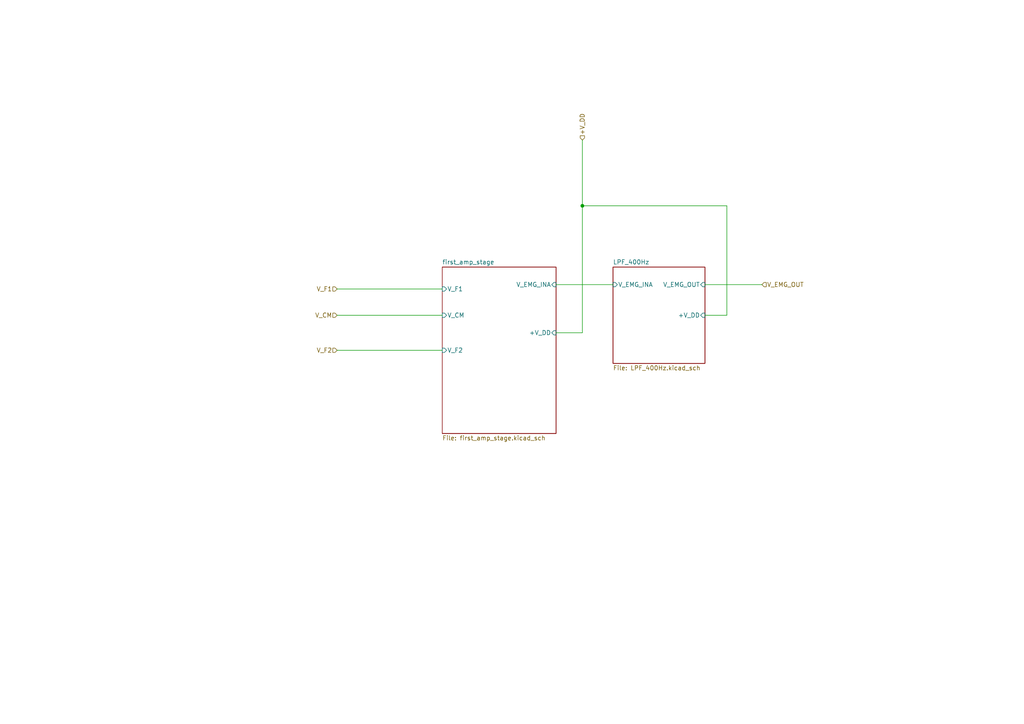
<source format=kicad_sch>
(kicad_sch
	(version 20231120)
	(generator "eeschema")
	(generator_version "8.0")
	(uuid "5930c3b8-3195-4577-a2cb-45501cef5462")
	(paper "A4")
	(lib_symbols)
	(junction
		(at 168.91 59.69)
		(diameter 0)
		(color 0 0 0 0)
		(uuid "beebb468-e16c-43d6-b8dd-8ead4e566968")
	)
	(wire
		(pts
			(xy 210.82 91.44) (xy 204.47 91.44)
		)
		(stroke
			(width 0)
			(type default)
		)
		(uuid "16d231df-fb1d-455d-ab4c-3133e07bfe99")
	)
	(wire
		(pts
			(xy 97.79 101.6) (xy 128.27 101.6)
		)
		(stroke
			(width 0)
			(type default)
		)
		(uuid "4114bac0-7c93-4351-9e28-1e5e52fafdcd")
	)
	(wire
		(pts
			(xy 210.82 59.69) (xy 210.82 91.44)
		)
		(stroke
			(width 0)
			(type default)
		)
		(uuid "4958e89e-19df-4cbf-b1cb-6fa90714b9a2")
	)
	(wire
		(pts
			(xy 97.79 91.44) (xy 128.27 91.44)
		)
		(stroke
			(width 0)
			(type default)
		)
		(uuid "67d9eb97-9298-418e-951e-198ca8463d14")
	)
	(wire
		(pts
			(xy 168.91 96.52) (xy 161.29 96.52)
		)
		(stroke
			(width 0)
			(type default)
		)
		(uuid "6e9b8541-97f0-484a-ab5b-2c80add779e7")
	)
	(wire
		(pts
			(xy 161.29 82.55) (xy 177.8 82.55)
		)
		(stroke
			(width 0)
			(type default)
		)
		(uuid "7a530ff1-b21d-4797-8102-6f4c640be6a3")
	)
	(wire
		(pts
			(xy 97.79 83.82) (xy 128.27 83.82)
		)
		(stroke
			(width 0)
			(type default)
		)
		(uuid "8c2bb105-e357-4c59-9d11-bf5000e78e22")
	)
	(wire
		(pts
			(xy 204.47 82.55) (xy 220.98 82.55)
		)
		(stroke
			(width 0)
			(type default)
		)
		(uuid "bb25b567-26b1-49fc-9057-dfd61b7cb2d7")
	)
	(wire
		(pts
			(xy 168.91 59.69) (xy 210.82 59.69)
		)
		(stroke
			(width 0)
			(type default)
		)
		(uuid "c60873c0-308c-4e2f-af44-ce2b73860c77")
	)
	(wire
		(pts
			(xy 168.91 40.64) (xy 168.91 59.69)
		)
		(stroke
			(width 0)
			(type default)
		)
		(uuid "d8932c38-7656-4c89-9aea-f271dc20fcf8")
	)
	(wire
		(pts
			(xy 168.91 59.69) (xy 168.91 96.52)
		)
		(stroke
			(width 0)
			(type default)
		)
		(uuid "fcc6f022-65bf-403f-8803-76d5f8f164ec")
	)
	(hierarchical_label "+V_DD"
		(shape input)
		(at 168.91 40.64 90)
		(fields_autoplaced yes)
		(effects
			(font
				(size 1.27 1.27)
			)
			(justify left)
		)
		(uuid "093e4fbd-4af3-402c-82c1-541ad9ce8710")
	)
	(hierarchical_label "V_CM"
		(shape input)
		(at 97.79 91.44 180)
		(fields_autoplaced yes)
		(effects
			(font
				(size 1.27 1.27)
			)
			(justify right)
		)
		(uuid "12596a4d-3a74-4d4e-8898-6a1c03116a90")
	)
	(hierarchical_label "V_F2"
		(shape input)
		(at 97.79 101.6 180)
		(fields_autoplaced yes)
		(effects
			(font
				(size 1.27 1.27)
			)
			(justify right)
		)
		(uuid "19554484-37cd-4191-9726-56f9d8cd89a4")
	)
	(hierarchical_label "V_F1"
		(shape input)
		(at 97.79 83.82 180)
		(fields_autoplaced yes)
		(effects
			(font
				(size 1.27 1.27)
			)
			(justify right)
		)
		(uuid "2757a2de-6581-4dce-991d-055b3b6ca3fd")
	)
	(hierarchical_label "V_EMG_OUT"
		(shape input)
		(at 220.98 82.55 0)
		(fields_autoplaced yes)
		(effects
			(font
				(size 1.27 1.27)
			)
			(justify left)
		)
		(uuid "97cac64c-8d96-4ed0-a748-b04a2ffcf469")
	)
	(sheet
		(at 177.8 77.47)
		(size 26.67 27.94)
		(fields_autoplaced yes)
		(stroke
			(width 0.1524)
			(type solid)
		)
		(fill
			(color 0 0 0 0.0000)
		)
		(uuid "ed3c4e47-5bb3-4707-b5f4-6896a3a88613")
		(property "Sheetname" "LPF_400Hz"
			(at 177.8 76.7584 0)
			(effects
				(font
					(size 1.27 1.27)
				)
				(justify left bottom)
			)
		)
		(property "Sheetfile" "LPF_400Hz.kicad_sch"
			(at 177.8 105.9946 0)
			(effects
				(font
					(size 1.27 1.27)
				)
				(justify left top)
			)
		)
		(pin "V_EMG_OUT" input
			(at 204.47 82.55 0)
			(effects
				(font
					(size 1.27 1.27)
				)
				(justify right)
			)
			(uuid "8e427c6f-e6cc-4a83-bba8-5cb37c27902a")
		)
		(pin "V_EMG_INA" input
			(at 177.8 82.55 180)
			(effects
				(font
					(size 1.27 1.27)
				)
				(justify left)
			)
			(uuid "d566fbca-07af-424c-a59a-346e5b00cab5")
		)
		(pin "+V_DD" input
			(at 204.47 91.44 0)
			(effects
				(font
					(size 1.27 1.27)
				)
				(justify right)
			)
			(uuid "1435138b-da5d-49c6-b625-f9ebd3ce32d0")
		)
		(instances
			(project "EMG_amplifier"
				(path "/26861adc-1ddf-4c37-9f8b-8db1c0839771/190e8daf-ffdb-4cbc-86a8-05377b040767"
					(page "2")
				)
			)
		)
	)
	(sheet
		(at 128.27 77.47)
		(size 33.02 48.26)
		(fields_autoplaced yes)
		(stroke
			(width 0.1524)
			(type solid)
		)
		(fill
			(color 0 0 0 0.0000)
		)
		(uuid "ee6da384-2a51-46fd-9ef1-0e50994f466c")
		(property "Sheetname" "first_amp_stage"
			(at 128.27 76.7584 0)
			(effects
				(font
					(size 1.27 1.27)
				)
				(justify left bottom)
			)
		)
		(property "Sheetfile" "first_amp_stage.kicad_sch"
			(at 128.27 126.3146 0)
			(effects
				(font
					(size 1.27 1.27)
				)
				(justify left top)
			)
		)
		(pin "V_CM" input
			(at 128.27 91.44 180)
			(effects
				(font
					(size 1.27 1.27)
				)
				(justify left)
			)
			(uuid "0c8f0a09-eea3-4d9e-a52b-3e4601a8c19d")
		)
		(pin "V_EMG_INA" input
			(at 161.29 82.55 0)
			(effects
				(font
					(size 1.27 1.27)
				)
				(justify right)
			)
			(uuid "b1e1ee5c-f423-4abd-9c06-1ebbc4834cf4")
		)
		(pin "V_F2" input
			(at 128.27 101.6 180)
			(effects
				(font
					(size 1.27 1.27)
				)
				(justify left)
			)
			(uuid "02194838-6fca-4c51-b0c9-adfbc0c7257a")
		)
		(pin "V_F1" input
			(at 128.27 83.82 180)
			(effects
				(font
					(size 1.27 1.27)
				)
				(justify left)
			)
			(uuid "c256b6b2-c4c6-4d54-9da3-ff3d9823700f")
		)
		(pin "+V_DD" input
			(at 161.29 96.52 0)
			(effects
				(font
					(size 1.27 1.27)
				)
				(justify right)
			)
			(uuid "e4a5f0d0-6117-45fe-99c9-7b01efa3002b")
		)
		(instances
			(project "EMG_amplifier"
				(path "/26861adc-1ddf-4c37-9f8b-8db1c0839771/190e8daf-ffdb-4cbc-86a8-05377b040767"
					(page "3")
				)
			)
		)
	)
)

</source>
